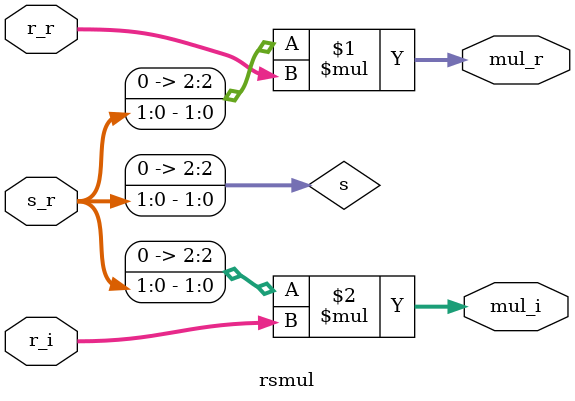
<source format=v>
module rsmul (
    r_r, 
    r_i, 
    s_r, 
    mul_r, 
    mul_i
);
    input signed [5:0] r_r, r_i;
    input [1:0] s_r;
    output signed [8:0] mul_r, mul_i;
    
    wire signed [2:0] s;
    assign s = {1'b0, s_r};
    assign mul_r = s * r_r;
    assign mul_i = s * r_i;

endmodule
</source>
